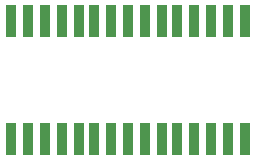
<source format=gtp>
G04 Layer: TopPasteMaskLayer*
G04 EasyEDA v6.3.53, 2020-07-19T22:27:28+02:00*
G04 3120cfb910ab4567be944433c0d318a6,a54f91b67bf74260adec70c9c35cfc8e,10*
G04 Gerber Generator version 0.2*
G04 Scale: 100 percent, Rotated: No, Reflected: No *
G04 Dimensions in millimeters *
G04 leading zeros omitted , absolute positions ,3 integer and 3 decimal *
%FSLAX33Y33*%
%MOMM*%
G90*
G71D02*

%ADD13R,0.899998X2.799994*%

%LPD*%
G54D13*
G01X14469Y8970D03*
G01X15909Y8970D03*
G01X17350Y8970D03*
G01X18789Y8970D03*
G01X20229Y8970D03*
G01X20229Y18969D03*
G01X18789Y18969D03*
G01X17350Y18969D03*
G01X15910Y18969D03*
G01X14470Y18969D03*
G01X469Y8970D03*
G01X1909Y8970D03*
G01X3349Y8970D03*
G01X4789Y8970D03*
G01X6229Y8970D03*
G01X6229Y18969D03*
G01X4789Y18969D03*
G01X3349Y18969D03*
G01X1910Y18969D03*
G01X470Y18969D03*
G01X7469Y8969D03*
G01X8909Y8969D03*
G01X10349Y8969D03*
G01X11789Y8969D03*
G01X13229Y8969D03*
G01X13229Y18969D03*
G01X11789Y18969D03*
G01X10349Y18969D03*
G01X8910Y18969D03*
G01X7470Y18969D03*
M00*
M02*

</source>
